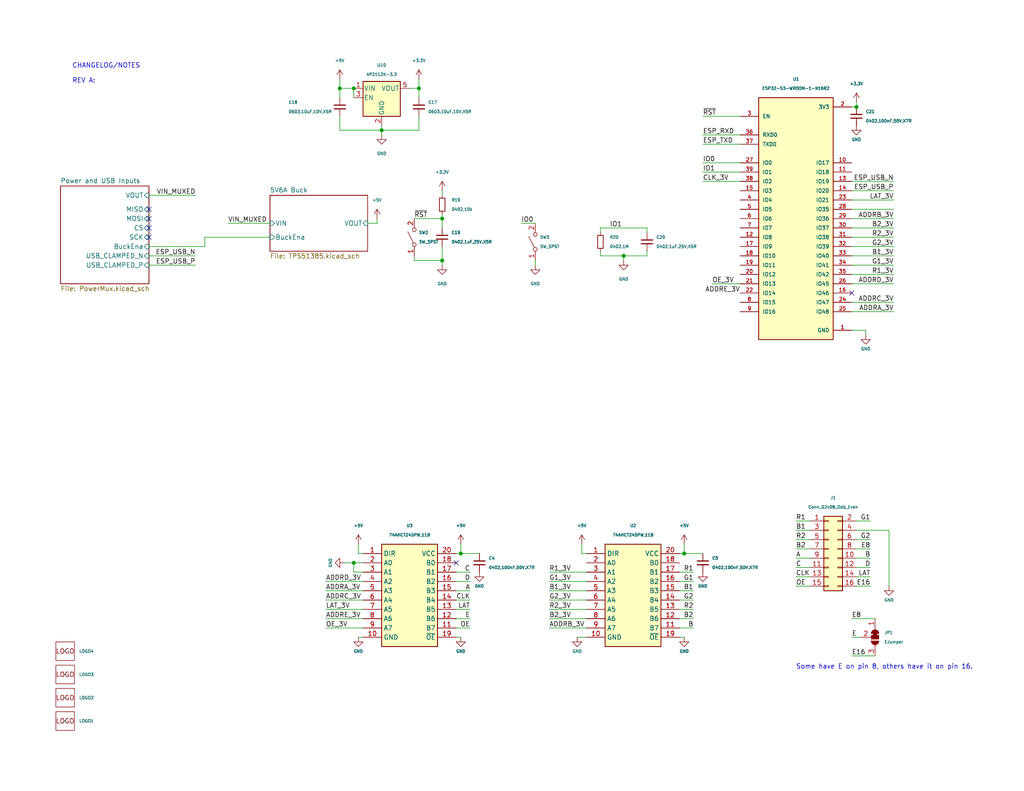
<source format=kicad_sch>
(kicad_sch (version 20230121) (generator eeschema)
  (paper "USLetter")
  (title_block (title "Main") (date "2024-01-28") (rev "A01"))
  (lib_symbols
    (symbol "74AHCT245PW,118_1"
      (property "Reference" "U" (at 2.54 7.62 0))
      (property "Value" "74AHCT245PW,118" (at 2.54 5.08 0))
      (symbol "74AHCT245PW,118_1_1_1"
        (rectangle (start 5.08 2.54) (end 20.32 -25.4) (stroke (width 0.254)) (fill (type background)))
        (pin passive line (at 0 0 0) (length 5.08) (name "DIR") (number "1"))
        (pin passive line (at 0 -22.86 0) (length 5.08) (name "GND") (number "10"))
        (pin passive line (at 25.4 -20.32 180) (length 5.08) (name "B7") (number "11"))
        (pin passive line (at 25.4 -17.78 180) (length 5.08) (name "B6") (number "12"))
        (pin passive line (at 25.4 -15.24 180) (length 5.08) (name "B5") (number "13"))
        (pin passive line (at 25.4 -12.7 180) (length 5.08) (name "B4") (number "14"))
        (pin passive line (at 25.4 -10.16 180) (length 5.08) (name "B3") (number "15"))
        (pin passive line (at 25.4 -7.62 180) (length 5.08) (name "B2") (number "16"))
        (pin passive line (at 25.4 -5.08 180) (length 5.08) (name "B1") (number "17"))
        (pin passive line (at 25.4 -2.54 180) (length 5.08) (name "B0") (number "18"))
        (pin passive line (at 25.4 -22.86 180) (length 5.08) (name "~{OE}") (number "19"))
        (pin passive line (at 0 -2.54 0) (length 5.08) (name "A0") (number "2"))
        (pin passive line (at 25.4 0 180) (length 5.08) (name "VCC") (number "20"))
        (pin passive line (at 0 -5.08 0) (length 5.08) (name "A1") (number "3"))
        (pin passive line (at 0 -7.62 0) (length 5.08) (name "A2") (number "4"))
        (pin passive line (at 0 -10.16 0) (length 5.08) (name "A3") (number "5"))
        (pin passive line (at 0 -12.7 0) (length 5.08) (name "A4") (number "6"))
        (pin passive line (at 0 -15.24 0) (length 5.08) (name "A5") (number "7"))
        (pin passive line (at 0 -17.78 0) (length 5.08) (name "A6") (number "8"))
        (pin passive line (at 0 -20.32 0) (length 5.08) (name "A7") (number "9"))
      )
    )
    (symbol "Connector_Generic:Conn_02x08_Odd_Even" (pin_names (offset 1.016) hide)
      (property "Reference" "J" (at 1.27 10.16 0))
      (property "Value" "Conn_02x08_Odd_Even" (at 1.27 -12.7 0))
      (symbol "Conn_02x08_Odd_Even_1_1"
        (rectangle (start -1.27 -10.033) (end 0 -10.287) (stroke (width 0.1524)))
        (rectangle (start -1.27 -7.493) (end 0 -7.747) (stroke (width 0.1524)))
        (rectangle (start -1.27 -4.953) (end 0 -5.207) (stroke (width 0.1524)))
        (rectangle (start -1.27 -2.413) (end 0 -2.667) (stroke (width 0.1524)))
        (rectangle (start -1.27 0.127) (end 0 -0.127) (stroke (width 0.1524)))
        (rectangle (start -1.27 2.667) (end 0 2.413) (stroke (width 0.1524)))
        (rectangle (start -1.27 5.207) (end 0 4.953) (stroke (width 0.1524)))
        (rectangle (start -1.27 7.747) (end 0 7.493) (stroke (width 0.1524)))
        (rectangle (start -1.27 8.89) (end 3.81 -11.43) (stroke (width 0.254)) (fill (type background)))
        (rectangle (start 3.81 -10.033) (end 2.54 -10.287) (stroke (width 0.1524)))
        (rectangle (start 3.81 -7.493) (end 2.54 -7.747) (stroke (width 0.1524)))
        (rectangle (start 3.81 -4.953) (end 2.54 -5.207) (stroke (width 0.1524)))
        (rectangle (start 3.81 -2.413) (end 2.54 -2.667) (stroke (width 0.1524)))
        (rectangle (start 3.81 0.127) (end 2.54 -0.127) (stroke (width 0.1524)))
        (rectangle (start 3.81 2.667) (end 2.54 2.413) (stroke (width 0.1524)))
        (rectangle (start 3.81 5.207) (end 2.54 4.953) (stroke (width 0.1524)))
        (rectangle (start 3.81 7.747) (end 2.54 7.493) (stroke (width 0.1524)))
        (pin passive line (at -5.08 7.62 0) (length 3.81) (name "Pin_1") (number "1"))
        (pin passive line (at 7.62 -2.54 180) (length 3.81) (name "Pin_10") (number "10"))
        (pin passive line (at -5.08 -5.08 0) (length 3.81) (name "Pin_11") (number "11"))
        (pin passive line (at 7.62 -5.08 180) (length 3.81) (name "Pin_12") (number "12"))
        (pin passive line (at -5.08 -7.62 0) (length 3.81) (name "Pin_13") (number "13"))
        (pin passive line (at 7.62 -7.62 180) (length 3.81) (name "Pin_14") (number "14"))
        (pin passive line (at -5.08 -10.16 0) (length 3.81) (name "Pin_15") (number "15"))
        (pin passive line (at 7.62 -10.16 180) (length 3.81) (name "Pin_16") (number "16"))
        (pin passive line (at 7.62 7.62 180) (length 3.81) (name "Pin_2") (number "2"))
        (pin passive line (at -5.08 5.08 0) (length 3.81) (name "Pin_3") (number "3"))
        (pin passive line (at 7.62 5.08 180) (length 3.81) (name "Pin_4") (number "4"))
        (pin passive line (at -5.08 2.54 0) (length 3.81) (name "Pin_5") (number "5"))
        (pin passive line (at 7.62 2.54 180) (length 3.81) (name "Pin_6") (number "6"))
        (pin passive line (at -5.08 0 0) (length 3.81) (name "Pin_7") (number "7"))
        (pin passive line (at 7.62 0 180) (length 3.81) (name "Pin_8") (number "8"))
        (pin passive line (at -5.08 -2.54 0) (length 3.81) (name "Pin_9") (number "9"))
      )
    )
    (symbol "Jumper:SolderJumper_3_Bridged12" (pin_names (offset 0) hide)
      (property "Reference" "JP" (at -2.54 -2.54 0))
      (property "Value" "SolderJumper_3_Bridged12" (at 0 2.794 0))
      (symbol "SolderJumper_3_Bridged12_0_1"
        (rectangle (start -1.016 0.508) (end -0.508 -0.508) (fill (type outline)))
        (arc (start -1.016 1.016) (mid -2.0276 0) (end -1.016 -1.016))
        (arc (start -1.016 1.016) (mid -2.0276 0) (end -1.016 -1.016) (fill (type outline)))
        (rectangle (start -0.508 1.016) (end 0.508 -1.016) (fill (type outline)))
        (polyline (pts (xy -2.54 0) (xy -2.032 0)))
        (polyline (pts (xy -1.016 1.016) (xy -1.016 -1.016)))
        (polyline (pts (xy 0 -1.27) (xy 0 -1.016)))
        (polyline (pts (xy 1.016 1.016) (xy 1.016 -1.016)))
        (polyline (pts (xy 2.54 0) (xy 2.032 0)))
        (arc (start 1.016 -1.016) (mid 2.0276 0) (end 1.016 1.016))
        (arc (start 1.016 -1.016) (mid 2.0276 0) (end 1.016 1.016) (fill (type outline)))
      )
      (symbol "SolderJumper_3_Bridged12_1_1"
        (pin passive line (at -5.08 0 0) (length 2.54) (name "A") (number "1"))
        (pin passive line (at 0 -3.81 90) (length 2.54) (name "C") (number "2"))
        (pin passive line (at 5.08 0 180) (length 2.54) (name "B") (number "3"))
      )
    )
    (symbol "Regulator_Linear:AP2112K-3.3" (pin_names (offset 0.254))
      (property "Reference" "U" (at -5.08 5.715 0))
      (property "Value" "AP2112K-3.3" (at 0 5.715 0))
      (symbol "AP2112K-3.3_0_1"
        (rectangle (start -5.08 4.445) (end 5.08 -5.08) (stroke (width 0.254)) (fill (type background)))
      )
      (symbol "AP2112K-3.3_1_1"
        (pin power_in line (at -7.62 2.54 0) (length 2.54) (name "VIN") (number "1"))
        (pin power_in line (at 0 -7.62 90) (length 2.54) (name "GND") (number "2"))
        (pin input line (at -7.62 0 0) (length 2.54) (name "EN") (number "3"))
        (pin no_connect line (at 5.08 0 180) (length 2.54) hide (name "NC") (number "4"))
        (pin power_out line (at 7.62 2.54 180) (length 2.54) (name "VOUT") (number "5"))
      )
    )
    (symbol "Switch:SW_SPST" (pin_names (offset 0) hide)
      (property "Reference" "SW" (at 0 3.175 0))
      (property "Value" "SW_SPST" (at 0 -2.54 0))
      (symbol "SW_SPST_0_0"
        (circle (center -2.032 0) (radius 0.508))
        (polyline (pts (xy -1.524 0.254) (xy 1.524 1.778)))
        (circle (center 2.032 0) (radius 0.508))
      )
      (symbol "SW_SPST_1_1"
        (pin passive line (at -5.08 0 0) (length 2.54) (name "A") (number "1"))
        (pin passive line (at 5.08 0 180) (length 2.54) (name "B") (number "2"))
      )
    )
    (symbol "WS_LCSC_ICs:74AHCT245PW,118"
      (property "Reference" "U" (at 2.54 7.62 0))
      (property "Value" "74AHCT245PW,118" (at 2.54 5.08 0))
      (symbol "74AHCT245PW,118_1_1"
        (rectangle (start 5.08 2.54) (end 20.32 -25.4) (stroke (width 0.254)) (fill (type background)))
        (pin passive line (at 0 0 0) (length 5.08) (name "DIR") (number "1"))
        (pin passive line (at 0 -22.86 0) (length 5.08) (name "GND") (number "10"))
        (pin passive line (at 25.4 -20.32 180) (length 5.08) (name "B7") (number "11"))
        (pin passive line (at 25.4 -17.78 180) (length 5.08) (name "B6") (number "12"))
        (pin passive line (at 25.4 -15.24 180) (length 5.08) (name "B5") (number "13"))
        (pin passive line (at 25.4 -12.7 180) (length 5.08) (name "B4") (number "14"))
        (pin passive line (at 25.4 -10.16 180) (length 5.08) (name "B3") (number "15"))
        (pin passive line (at 25.4 -7.62 180) (length 5.08) (name "B2") (number "16"))
        (pin passive line (at 25.4 -5.08 180) (length 5.08) (name "B1") (number "17"))
        (pin passive line (at 25.4 -2.54 180) (length 5.08) (name "B0") (number "18"))
        (pin passive line (at 25.4 -22.86 180) (length 5.08) (name "~{OE}") (number "19"))
        (pin passive line (at 0 -2.54 0) (length 5.08) (name "A0") (number "2"))
        (pin passive line (at 25.4 0 180) (length 5.08) (name "VCC") (number "20"))
        (pin passive line (at 0 -5.08 0) (length 5.08) (name "A1") (number "3"))
        (pin passive line (at 0 -7.62 0) (length 5.08) (name "A2") (number "4"))
        (pin passive line (at 0 -10.16 0) (length 5.08) (name "A3") (number "5"))
        (pin passive line (at 0 -12.7 0) (length 5.08) (name "A4") (number "6"))
        (pin passive line (at 0 -15.24 0) (length 5.08) (name "A5") (number "7"))
        (pin passive line (at 0 -17.78 0) (length 5.08) (name "A6") (number "8"))
        (pin passive line (at 0 -20.32 0) (length 5.08) (name "A7") (number "9"))
      )
    )
    (symbol "WS_LCSC_Mechanical:LOGO" (in_bom no)
      (property "Reference" "LOGO" (at 0 3.81 0))
      (symbol "LOGO_0_1"
        (rectangle (start -2.54 2.54) (end 2.54 -2.54))
      )
      (symbol "LOGO_1_1"
        (text "LOGO" (at 0 0 0) (effects (font (size 1.27 1.27))))
      )
    )
    (symbol "WS_Modules:ESP32-S3-WROOM-1-N16R2" (pin_names (offset 1.016))
      (property "Reference" "U" (at -10.16 34.1122 0))
      (property "Value" "ESP32-S3-WROOM-1-N16R2" (at -10.16 -35.56 0))
      (symbol "ESP32-S3-WROOM-1-N16R2_0_0"
        (rectangle (start -10.16 -33.02) (end 10.16 33.02) (stroke (width 0.254)) (fill (type background)))
        (pin power_in line (at 15.24 -30.48 180) (length 5.08) (name "GND") (number "1"))
        (pin bidirectional line (at 15.24 15.24 180) (length 5.08) (name "IO17") (number "10"))
        (pin bidirectional line (at 15.24 12.7 180) (length 5.08) (name "IO18") (number "11"))
        (pin bidirectional line (at -15.24 -5.08 0) (length 5.08) (name "IO8") (number "12"))
        (pin bidirectional line (at 15.24 10.16 180) (length 5.08) (name "IO19") (number "13"))
        (pin bidirectional line (at 15.24 7.62 180) (length 5.08) (name "IO20") (number "14"))
        (pin bidirectional line (at -15.24 7.62 0) (length 5.08) (name "IO3") (number "15"))
        (pin bidirectional line (at 15.24 -20.32 180) (length 5.08) (name "IO46") (number "16"))
        (pin bidirectional line (at -15.24 -7.62 0) (length 5.08) (name "IO9") (number "17"))
        (pin bidirectional line (at -15.24 -10.16 0) (length 5.08) (name "IO10") (number "18"))
        (pin bidirectional line (at -15.24 -12.7 0) (length 5.08) (name "IO11") (number "19"))
        (pin power_in line (at 15.24 30.48 180) (length 5.08) (name "3V3") (number "2"))
        (pin bidirectional line (at -15.24 -15.24 0) (length 5.08) (name "IO12") (number "20"))
        (pin bidirectional line (at -15.24 -17.78 0) (length 5.08) (name "IO13") (number "21"))
        (pin bidirectional line (at -15.24 -20.32 0) (length 5.08) (name "IO14") (number "22"))
        (pin bidirectional line (at 15.24 5.08 180) (length 5.08) (name "IO21") (number "23"))
        (pin bidirectional line (at 15.24 -22.86 180) (length 5.08) (name "IO47") (number "24"))
        (pin bidirectional line (at 15.24 -25.4 180) (length 5.08) (name "IO48") (number "25"))
        (pin bidirectional line (at 15.24 -17.78 180) (length 5.08) (name "IO45") (number "26"))
        (pin bidirectional line (at -15.24 15.24 0) (length 5.08) (name "IO0") (number "27"))
        (pin bidirectional line (at 15.24 2.54 180) (length 5.08) (name "IO35") (number "28"))
        (pin bidirectional line (at 15.24 0 180) (length 5.08) (name "IO36") (number "29"))
        (pin input line (at -15.24 27.94 0) (length 5.08) (name "EN") (number "3"))
        (pin bidirectional line (at 15.24 -2.54 180) (length 5.08) (name "IO37") (number "30"))
        (pin bidirectional line (at 15.24 -5.08 180) (length 5.08) (name "IO38") (number "31"))
        (pin bidirectional line (at 15.24 -7.62 180) (length 5.08) (name "IO39") (number "32"))
        (pin bidirectional line (at 15.24 -10.16 180) (length 5.08) (name "IO40") (number "33"))
        (pin bidirectional line (at 15.24 -12.7 180) (length 5.08) (name "IO41") (number "34"))
        (pin bidirectional line (at 15.24 -15.24 180) (length 5.08) (name "IO42") (number "35"))
        (pin bidirectional line (at -15.24 22.86 0) (length 5.08) (name "RXD0") (number "36"))
        (pin bidirectional line (at -15.24 20.32 0) (length 5.08) (name "TXD0") (number "37"))
        (pin bidirectional line (at -15.24 10.16 0) (length 5.08) (name "IO2") (number "38"))
        (pin bidirectional line (at -15.24 12.7 0) (length 5.08) (name "IO1") (number "39"))
        (pin bidirectional line (at -15.24 5.08 0) (length 5.08) (name "IO4") (number "4"))
        (pin bidirectional line (at -15.24 2.54 0) (length 5.08) (name "IO5") (number "5"))
        (pin bidirectional line (at -15.24 0 0) (length 5.08) (name "IO6") (number "6"))
        (pin bidirectional line (at -15.24 -2.54 0) (length 5.08) (name "IO7") (number "7"))
        (pin bidirectional line (at -15.24 -22.86 0) (length 5.08) (name "IO15") (number "8"))
        (pin bidirectional line (at -15.24 -25.4 0) (length 5.08) (name "IO16") (number "9"))
      )
      (symbol "ESP32-S3-WROOM-1-N16R2_1_0"
        (pin power_in line (at 15.24 -30.48 180) (length 5.08) hide (name "GND") (number "40"))
        (pin power_in line (at 15.24 -30.48 180) (length 5.08) hide (name "GND") (number "41"))
        (pin power_in line (at 15.24 -30.48 180) (length 5.08) hide (name "GND") (number "41_2"))
        (pin power_in line (at 15.24 -30.48 180) (length 5.08) hide (name "GND") (number "41_3"))
        (pin power_in line (at 15.24 -30.48 180) (length 5.08) hide (name "GND") (number "41_4"))
        (pin power_in line (at 15.24 -30.48 180) (length 5.08) hide (name "GND") (number "41_5"))
        (pin power_in line (at 15.24 -30.48 180) (length 5.08) hide (name "GND") (number "41_6"))
        (pin power_in line (at 15.24 -30.48 180) (length 5.08) hide (name "GND") (number "41_7"))
        (pin power_in line (at 15.24 -30.48 180) (length 5.08) hide (name "GND") (number "41_8"))
        (pin power_in line (at 15.24 -30.48 180) (length 5.08) hide (name "GND") (number "41_9"))
      )
    )
    (symbol "jlcpcb-basic-capacitor:0402,100nF,50V,X7R "
      (property "Reference" "C" (at 1.71 0.508 0))
      (property "Value" "0402,100nF,50V,X7R " (at 1.71 -1.016 0))
      (symbol "0402,100nF,50V,X7R _0_0"
        (polyline (pts (xy -1.524 -0.508) (xy 1.524 -0.508)) (stroke (width 0.3048)))
        (polyline (pts (xy -1.524 0.508) (xy 1.524 0.508)) (stroke (width 0.3048)))
        (pin passive line (at 0 2.54 270) (length 2.032) (name "~") (number "1"))
        (pin passive line (at 0 -2.54 90) (length 2.032) (name "~") (number "2"))
      )
    )
    (symbol "jlcpcb-basic-capacitor:0402,1uF,25V,X5R "
      (property "Reference" "C" (at 1.71 0.508 0))
      (property "Value" "0402,1uF,25V,X5R " (at 1.71 -1.016 0))
      (symbol "0402,1uF,25V,X5R _0_0"
        (polyline (pts (xy -1.524 -0.508) (xy 1.524 -0.508)) (stroke (width 0.3048)))
        (polyline (pts (xy -1.524 0.508) (xy 1.524 0.508)) (stroke (width 0.3048)))
        (pin passive line (at 0 2.54 270) (length 2.032) (name "~") (number "1"))
        (pin passive line (at 0 -2.54 90) (length 2.032) (name "~") (number "2"))
      )
    )
    (symbol "jlcpcb-basic-capacitor:0603,10uF,10V,X5R "
      (property "Reference" "C" (at 1.71 0.508 0))
      (property "Value" "0603,10uF,10V,X5R " (at 1.71 -1.016 0))
      (symbol "0603,10uF,10V,X5R _0_0"
        (polyline (pts (xy -1.524 -0.508) (xy 1.524 -0.508)) (stroke (width 0.3048)))
        (polyline (pts (xy -1.524 0.508) (xy 1.524 0.508)) (stroke (width 0.3048)))
        (pin passive line (at 0 2.54 270) (length 2.032) (name "~") (number "1"))
        (pin passive line (at 0 -2.54 90) (length 2.032) (name "~") (number "2"))
      )
    )
    (symbol "jlcpcb-basic-resistor:0402,10k"
      (property "Reference" "R" (at 0.762 0.508 0))
      (property "Value" "0402,10k" (at 0.762 -1.016 0))
      (symbol "0402,10k_0_0"
        (rectangle (start -0.762 1.778) (end 0.762 -1.778) (stroke (width 0.2032)))
        (pin passive line (at 0 2.54 270) (length 0.762) (name "~") (number "1"))
        (pin passive line (at 0 -2.54 90) (length 0.762) (name "~") (number "2"))
      )
    )
    (symbol "jlcpcb-basic-resistor:0402,1M"
      (property "Reference" "R" (at 0.762 0.508 0))
      (property "Value" "0402,1M" (at 0.762 -1.016 0))
      (symbol "0402,1M_0_0"
        (rectangle (start -0.762 1.778) (end 0.762 -1.778) (stroke (width 0.2032)))
        (pin passive line (at 0 2.54 270) (length 0.762) (name "~") (number "1"))
        (pin passive line (at 0 -2.54 90) (length 0.762) (name "~") (number "2"))
      )
    )
    (symbol "power:+3.3V" (power) (pin_names (offset 0))
      (property "Value" "+3.3V" (at 0 3.556 0))
      (symbol "+3.3V_0_1"
        (polyline (pts (xy -0.762 1.27) (xy 0 2.54)))
        (polyline (pts (xy 0 0) (xy 0 2.54)))
        (polyline (pts (xy 0 2.54) (xy 0.762 1.27)))
      )
      (symbol "+3.3V_1_1"
        (pin power_in line (at 0 0 90) (length 0) hide (name "+3.3V") (number "1"))
      )
    )
    (symbol "power:+5V" (power) (pin_names (offset 0))
      (property "Value" "+5V" (at 0 3.556 0))
      (symbol "+5V_0_1"
        (polyline (pts (xy -0.762 1.27) (xy 0 2.54)))
        (polyline (pts (xy 0 0) (xy 0 2.54)))
        (polyline (pts (xy 0 2.54) (xy 0.762 1.27)))
      )
      (symbol "+5V_1_1"
        (pin power_in line (at 0 0 90) (length 0) hide (name "+5V") (number "1"))
      )
    )
    (symbol "power:GND" (power) (pin_names (offset 0))
      (property "Value" "GND" (at 0 -3.81 0))
      (symbol "GND_0_1"
        (polyline (pts (xy 0 0) (xy 0 -1.27) (xy 1.27 -1.27) (xy 0 -2.54) (xy -1.27 -1.27) (xy 0 -1.27)))
      )
      (symbol "GND_1_1"
        (pin power_in line (at 0 0 270) (length 0) hide (name "GND") (number "1"))
      )
    )
  )
  (junction (at 96.52 153.67))
  (junction (at 186.69 151.13))
  (junction (at 120.65 71.12))
  (junction (at 92.71 24.13))
  (junction (at 233.68 29.21))
  (junction (at 170.18 69.85))
  (junction (at 114.3 24.13))
  (junction (at 104.14 35.56))
  (junction (at 120.65 59.69))
  (junction (at 96.52 24.13))
  (junction (at 125.73 151.13))
  (no_connect (at 232.41 80.01))
  (no_connect (at 40.64 57.15))
  (no_connect (at 40.64 59.69))
  (no_connect (at 40.64 62.23))
  (no_connect (at 40.64 64.77))
  (no_connect (at 124.46 153.67))
  (wire (pts (xy 191.77 44.45) (xy 201.93 44.45)))
  (wire (pts (xy 185.42 166.37) (xy 189.23 166.37)))
  (wire (pts (xy 191.77 31.75) (xy 201.93 31.75)))
  (wire (pts (xy 96.52 24.13) (xy 96.52 26.67)))
  (wire (pts (xy 236.22 90.17) (xy 236.22 91.44)))
  (wire (pts (xy 160.02 156.21) (xy 149.86 156.21)))
  (wire (pts (xy 99.06 166.37) (xy 88.9 166.37)))
  (wire (pts (xy 102.87 60.96) (xy 100.33 60.96)))
  (wire (pts (xy 99.06 168.91) (xy 88.9 168.91)))
  (wire (pts (xy 232.41 29.21) (xy 233.68 29.21)))
  (wire (pts (xy 96.52 156.21) (xy 99.06 156.21)))
  (wire (pts (xy 233.68 154.94) (xy 237.49 154.94)))
  (wire (pts (xy 62.23 60.96) (xy 73.66 60.96)))
  (wire (pts (xy 97.79 148.59) (xy 97.79 151.13)))
  (wire (pts (xy 191.77 36.83) (xy 201.93 36.83)))
  (wire (pts (xy 186.69 151.13) (xy 186.69 148.59)))
  (wire (pts (xy 186.69 151.13) (xy 191.77 151.13)))
  (wire (pts (xy 191.77 39.37) (xy 201.93 39.37)))
  (wire (pts (xy 243.84 59.69) (xy 232.41 59.69)))
  (wire (pts (xy 220.98 142.24) (xy 217.17 142.24)))
  (wire (pts (xy 99.06 173.99) (xy 97.79 173.99)))
  (wire (pts (xy 55.88 64.77) (xy 73.66 64.77)))
  (wire (pts (xy 40.64 67.31) (xy 55.88 67.31)))
  (wire (pts (xy 185.42 168.91) (xy 189.23 168.91)))
  (wire (pts (xy 232.41 82.55) (xy 243.84 82.55)))
  (wire (pts (xy 243.84 57.15) (xy 232.41 57.15)))
  (wire (pts (xy 124.46 151.13) (xy 125.73 151.13)))
  (wire (pts (xy 158.75 151.13) (xy 160.02 151.13)))
  (wire (pts (xy 185.42 161.29) (xy 189.23 161.29)))
  (wire (pts (xy 124.46 158.75) (xy 128.27 158.75)))
  (wire (pts (xy 233.68 160.02) (xy 237.49 160.02)))
  (wire (pts (xy 120.65 52.07) (xy 120.65 53.34)))
  (wire (pts (xy 232.41 62.23) (xy 243.84 62.23)))
  (wire (pts (xy 120.65 58.42) (xy 120.65 59.69)))
  (wire (pts (xy 160.02 171.45) (xy 149.86 171.45)))
  (wire (pts (xy 113.03 71.12) (xy 120.65 71.12)))
  (wire (pts (xy 96.52 153.67) (xy 93.98 153.67)))
  (wire (pts (xy 124.46 171.45) (xy 128.27 171.45)))
  (wire (pts (xy 125.73 151.13) (xy 130.81 151.13)))
  (wire (pts (xy 220.98 144.78) (xy 217.17 144.78)))
  (wire (pts (xy 220.98 154.94) (xy 217.17 154.94)))
  (wire (pts (xy 114.3 31.75) (xy 114.3 35.56)))
  (wire (pts (xy 243.84 49.53) (xy 232.41 49.53)))
  (wire (pts (xy 99.06 163.83) (xy 88.9 163.83)))
  (wire (pts (xy 220.98 160.02) (xy 217.17 160.02)))
  (wire (pts (xy 55.88 67.31) (xy 55.88 64.77)))
  (wire (pts (xy 242.57 144.78) (xy 242.57 160.02)))
  (wire (pts (xy 160.02 166.37) (xy 149.86 166.37)))
  (wire (pts (xy 120.65 72.39) (xy 120.65 71.12)))
  (wire (pts (xy 114.3 24.13) (xy 111.76 24.13)))
  (wire (pts (xy 99.06 158.75) (xy 88.9 158.75)))
  (wire (pts (xy 232.41 77.47) (xy 243.84 77.47)))
  (wire (pts (xy 185.42 156.21) (xy 189.23 156.21)))
  (wire (pts (xy 185.42 173.99) (xy 186.69 173.99)))
  (wire (pts (xy 185.42 163.83) (xy 189.23 163.83)))
  (wire (pts (xy 160.02 163.83) (xy 149.86 163.83)))
  (wire (pts (xy 220.98 157.48) (xy 217.17 157.48)))
  (wire (pts (xy 232.41 168.91) (xy 238.76 168.91)))
  (wire (pts (xy 102.87 59.69) (xy 102.87 60.96)))
  (wire (pts (xy 114.3 24.13) (xy 114.3 26.67)))
  (wire (pts (xy 232.41 52.07) (xy 243.84 52.07)))
  (wire (pts (xy 97.79 151.13) (xy 99.06 151.13)))
  (wire (pts (xy 124.46 161.29) (xy 128.27 161.29)))
  (wire (pts (xy 233.68 144.78) (xy 242.57 144.78)))
  (wire (pts (xy 191.77 46.99) (xy 201.93 46.99)))
  (wire (pts (xy 185.42 171.45) (xy 189.23 171.45)))
  (wire (pts (xy 124.46 166.37) (xy 128.27 166.37)))
  (wire (pts (xy 113.03 69.85) (xy 113.03 71.12)))
  (wire (pts (xy 243.84 54.61) (xy 232.41 54.61)))
  (wire (pts (xy 125.73 148.59) (xy 125.73 151.13)))
  (wire (pts (xy 146.05 72.39) (xy 146.05 71.12)))
  (wire (pts (xy 96.52 153.67) (xy 96.52 156.21)))
  (wire (pts (xy 232.41 72.39) (xy 243.84 72.39)))
  (wire (pts (xy 92.71 21.59) (xy 92.71 24.13)))
  (wire (pts (xy 40.64 53.34) (xy 53.34 53.34)))
  (wire (pts (xy 185.42 158.75) (xy 189.23 158.75)))
  (wire (pts (xy 158.75 148.59) (xy 158.75 151.13)))
  (wire (pts (xy 157.48 173.99) (xy 160.02 173.99)))
  (wire (pts (xy 176.53 69.85) (xy 176.53 68.58)))
  (wire (pts (xy 149.86 168.91) (xy 160.02 168.91)))
  (wire (pts (xy 220.98 152.4) (xy 217.17 152.4)))
  (wire (pts (xy 99.06 171.45) (xy 88.9 171.45)))
  (wire (pts (xy 163.83 68.58) (xy 163.83 69.85)))
  (wire (pts (xy 220.98 147.32) (xy 217.17 147.32)))
  (wire (pts (xy 124.46 173.99) (xy 125.73 173.99)))
  (wire (pts (xy 232.41 90.17) (xy 236.22 90.17)))
  (wire (pts (xy 176.53 62.23) (xy 176.53 63.5)))
  (wire (pts (xy 194.31 77.47) (xy 201.93 77.47)))
  (wire (pts (xy 232.41 64.77) (xy 243.84 64.77)))
  (wire (pts (xy 163.83 69.85) (xy 170.18 69.85)))
  (wire (pts (xy 163.83 62.23) (xy 176.53 62.23)))
  (wire (pts (xy 124.46 163.83) (xy 128.27 163.83)))
  (wire (pts (xy 120.65 67.31) (xy 120.65 71.12)))
  (wire (pts (xy 142.24 60.96) (xy 146.05 60.96)))
  (wire (pts (xy 99.06 161.29) (xy 88.9 161.29)))
  (wire (pts (xy 160.02 158.75) (xy 149.86 158.75)))
  (wire (pts (xy 124.46 168.91) (xy 128.27 168.91)))
  (wire (pts (xy 232.41 67.31) (xy 243.84 67.31)))
  (wire (pts (xy 232.41 69.85) (xy 243.84 69.85)))
  (wire (pts (xy 104.14 35.56) (xy 104.14 34.29)))
  (wire (pts (xy 170.18 71.12) (xy 170.18 69.85)))
  (wire (pts (xy 92.71 31.75) (xy 92.71 35.56)))
  (wire (pts (xy 191.77 49.53) (xy 201.93 49.53)))
  (wire (pts (xy 40.64 69.85) (xy 53.34 69.85)))
  (wire (pts (xy 113.03 59.69) (xy 120.65 59.69)))
  (wire (pts (xy 220.98 149.86) (xy 217.17 149.86)))
  (wire (pts (xy 120.65 59.69) (xy 120.65 62.23)))
  (wire (pts (xy 92.71 35.56) (xy 104.14 35.56)))
  (wire (pts (xy 232.41 179.07) (xy 238.76 179.07)))
  (wire (pts (xy 233.68 152.4) (xy 237.49 152.4)))
  (wire (pts (xy 233.68 29.21) (xy 233.68 27.94)))
  (wire (pts (xy 232.41 173.99) (xy 234.95 173.99)))
  (wire (pts (xy 232.41 85.09) (xy 243.84 85.09)))
  (wire (pts (xy 170.18 69.85) (xy 176.53 69.85)))
  (wire (pts (xy 92.71 24.13) (xy 96.52 24.13)))
  (wire (pts (xy 233.68 157.48) (xy 237.49 157.48)))
  (wire (pts (xy 104.14 36.83) (xy 104.14 35.56)))
  (wire (pts (xy 232.41 74.93) (xy 243.84 74.93)))
  (wire (pts (xy 114.3 35.56) (xy 104.14 35.56)))
  (wire (pts (xy 233.68 142.24) (xy 237.49 142.24)))
  (wire (pts (xy 185.42 151.13) (xy 186.69 151.13)))
  (wire (pts (xy 233.68 147.32) (xy 237.49 147.32)))
  (wire (pts (xy 99.06 153.67) (xy 96.52 153.67)))
  (wire (pts (xy 40.64 72.39) (xy 53.34 72.39)))
  (wire (pts (xy 92.71 26.67) (xy 92.71 24.13)))
  (wire (pts (xy 233.68 149.86) (xy 237.49 149.86)))
  (wire (pts (xy 124.46 156.21) (xy 128.27 156.21)))
  (wire (pts (xy 114.3 21.59) (xy 114.3 24.13)))
  (wire (pts (xy 163.83 62.23) (xy 163.83 63.5)))
  (wire (pts (xy 160.02 161.29) (xy 149.86 161.29)))
  (text "Some have E on pin 8, others have it on pin 16. " (at 217.17 182.88 0) (effects (font (size 1.27 1.27)) (justify left bottom)))
  (text "CHANGELOG/NOTES\n\nREV A: " (at 19.685 22.86 0) (effects (font (size 1.27 1.27)) (justify left bottom)))
  (label "VIN_MUXED" (at 53.34 53.34 180))
  (label "VIN_MUXED" (at 62.23 60.96 0))
  (label "A" (at 128.27 161.29 180))
  (label "IO1" (at 191.77 46.99 0))
  (label "C" (at 128.27 156.21 180))
  (label "ESP_USB_N" (at 243.84 49.53 180))
  (label "G1" (at 189.23 158.75 180))
  (label "OE_3V" (at 88.9 171.45 0))
  (label "R2" (at 217.17 147.32 0))
  (label "ADDRA_3V" (at 88.9 161.29 0))
  (label "B2_3V" (at 149.86 168.91 0))
  (label "C" (at 217.17 154.94 0))
  (label "ESP_TXD" (at 191.77 39.37 0))
  (label "R2_3V" (at 149.86 166.37 0))
  (label "R2" (at 189.23 166.37 180))
  (label "CLK" (at 217.17 157.48 0))
  (label "CLK" (at 128.27 163.83 180))
  (label "G1" (at 237.49 142.24 180))
  (label "~{RST}" (at 191.77 31.75 0))
  (label "E" (at 128.27 168.91 180))
  (label "G1_3V" (at 243.84 72.39 180))
  (label "B2" (at 189.23 168.91 180))
  (label "ADDRA_3V" (at 243.84 85.09 180))
  (label "ADDRB_3V" (at 149.86 171.45 0))
  (label "R1" (at 189.23 156.21 180))
  (label "E" (at 232.41 173.99 0))
  (label "D" (at 237.49 154.94 180))
  (label "LAT_3V" (at 243.84 54.61 180))
  (label "R2_3V" (at 243.84 64.77 180))
  (label "G2" (at 189.23 163.83 180))
  (label "ADDRE_3V" (at 88.9 168.91 0))
  (label "IO0" (at 191.77 44.45 0))
  (label "ADDRC_3V" (at 243.84 82.55 180))
  (label "D" (at 128.27 158.75 180))
  (label "CLK_3V" (at 191.77 49.53 0))
  (label "E16" (at 232.41 179.07 0))
  (label "G2" (at 237.49 147.32 180))
  (label "B" (at 237.49 152.4 180))
  (label "G2_3V" (at 243.84 67.31 180))
  (label "ADDRE_3V" (at 201.93 80.01 180))
  (label "OE" (at 128.27 171.45 180))
  (label "B1_3V" (at 149.86 161.29 0))
  (label "B1" (at 189.23 161.29 180))
  (label "ESP_USB_P" (at 53.34 72.39 180))
  (label "E8" (at 237.49 149.86 180))
  (label "ADDRC_3V" (at 88.9 163.83 0))
  (label "B1" (at 217.17 144.78 0))
  (label "E16" (at 237.49 160.02 180))
  (label "ESP_USB_N" (at 53.34 69.85 180))
  (label "B2_3V" (at 243.84 62.23 180))
  (label "A" (at 217.17 152.4 0))
  (label "R1" (at 217.17 142.24 0))
  (label "E8" (at 232.41 168.91 0))
  (label "LAT_3V" (at 88.9 166.37 0))
  (label "B1_3V" (at 243.84 69.85 180))
  (label "R1_3V" (at 243.84 74.93 180))
  (label "ESP_RXD" (at 191.77 36.83 0))
  (label "OE_3V" (at 194.31 77.47 0))
  (label "IO1" (at 166.37 62.23 0))
  (label "B" (at 189.23 171.45 180))
  (label "LAT" (at 237.49 157.48 180))
  (label "~{RST}" (at 113.03 59.69 0))
  (label "R1_3V" (at 149.86 156.21 0))
  (label "G1_3V" (at 149.86 158.75 0))
  (label "LAT" (at 128.27 166.37 180))
  (label "OE" (at 217.17 160.02 0))
  (label "ESP_USB_P" (at 243.84 52.07 180))
  (label "ADDRB_3V" (at 243.84 59.69 180))
  (label "ADDRD_3V" (at 243.84 77.47 180))
  (label "B2" (at 217.17 149.86 0))
  (label "G2_3V" (at 149.86 163.83 0))
  (label "IO0" (at 142.24 60.96 0))
  (label "ADDRD_3V" (at 88.9 158.75 0))
  (symbol (lib_id "power:GND") (at 146.05 72.39 0) (unit 1)
    (property "Reference" "#PWR034" (effects hide))
    (property "Value" "GND" (at 146.05 77.47 0) (effects (font (size 0.8 0.8))))
  )
  (symbol (lib_id "Jumper:SolderJumper_3_Bridged12") (at 238.76 173.99 270) (unit 1)
    (property "Reference" "JP1" (at 241.3 172.72 90) (effects (font (size 0.8 0.8)) (justify left)))
    (property "Value" "EJumper" (at 241.3 175.26 90) (effects (font (size 0.8 0.8)) (justify left)))
    (property "Footprint" "Jumper:SolderJumper-3_P2.0mm_Open_TrianglePad1.0x1.5mm" (effects hide))
  )
  (symbol (lib_id "power:GND") (at 93.98 153.67 270) (unit 1)
    (property "Reference" "#PWR07" (effects hide))
    (property "Value" "GND" (at 90.17 153.67 0) (effects (font (size 0.8 0.8))))
  )
  (symbol (lib_id "power:GND") (at 236.22 91.44 0) (unit 1)
    (property "Reference" "#PWR08" (effects hide))
    (property "Value" "GND" (at 236.22 95.25 0) (effects (font (size 0.8 0.8))))
  )
  (symbol (lib_id "power:+5V") (at 102.87 59.69 0) (unit 1)
    (property "Reference" "#PWR028" (effects hide))
    (property "Value" "+5V" (at 102.87 54.61 0) (effects (font (size 0.8 0.8))))
  )
  (symbol (lib_id "power:GND") (at 104.14 36.83 0) (unit 1)
    (property "Reference" "#PWR030" (effects hide))
    (property "Value" "GND" (at 104.14 41.91 0) (effects (font (size 0.8 0.8))))
  )
  (symbol (lib_id "jlcpcb-basic-capacitor:0402,100nF,50V,X7R ") (at 191.77 153.67 0) (unit 1)
    (property "Reference" "C5" (at 194.31 152.4 0) (effects (font (size 0.8 0.8)) (justify left)))
    (property "Value" "0402,100nF,50V,X7R " (at 194.31 154.94 0) (effects (font (size 0.8 0.8)) (justify left)))
    (property "Footprint" "C_0603_1608Metric" (effects hide))
    (property "Datasheet" "https://datasheet.lcsc.com/lcsc/1810191222_Samsung-Electro-Mechanics-CL05B104KB54PNC_C307331.pdf" (effects hide))
    (property "LCSC" "C307331" (effects hide))
    (property "MFG" "Samsung Electro-Mechanics" (effects hide))
    (property "MFGPN" "CL05B104KB54PNC" (effects hide))
  )
  (symbol (lib_id "WS_LCSC_Mechanical:LOGO") (at 17.78 196.85 0) (unit 1) (in_bom no)
    (property "Reference" "LOGO1" (at 21.59 196.85 0) (effects (font (size 0.8 0.8)) (justify left)))
    (property "Value" "~" (at 17.78 196.85 0) (effects (font (size 0.8 0.8))))
    (property "Footprint" "WS_LCSC_Mechanical:Logo" (effects hide))
  )
  (symbol (lib_id "power:GND") (at 191.77 156.21 0) (unit 1)
    (property "Reference" "#PWR026" (effects hide))
    (property "Value" "GND" (at 191.77 160.02 0) (effects (font (size 0.8 0.8))))
  )
  (symbol (lib_id "jlcpcb-basic-capacitor:0402,1uF,25V,X5R ") (at 120.65 64.77 0) (unit 1)
    (property "Reference" "C19" (at 123.19 63.5 0) (effects (font (size 0.8 0.8)) (justify left)))
    (property "Value" "0402,1uF,25V,X5R " (at 123.19 66.04 0) (effects (font (size 0.8 0.8)) (justify left)))
    (property "Footprint" "C_0603_1608Metric" (effects hide))
    (property "Datasheet" "https://datasheet.lcsc.com/lcsc/1811091611_Samsung-Electro-Mechanics-CL05A105KA5NQNC_C52923.pdf" (effects hide))
    (property "LCSC" "C52923" (effects hide))
    (property "MFG" "Samsung Electro-Mechanics" (effects hide))
    (property "MFGPN" "CL05A105KA5NQNC" (effects hide))
  )
  (symbol (lib_id "Connector_Generic:Conn_02x08_Odd_Even") (at 226.06 149.86 0) (unit 1)
    (property "Reference" "J1" (at 227.33 135.89 0) (effects (font (size 0.8 0.8))))
    (property "Value" "Conn_02x08_Odd_Even" (at 227.33 138.43 0) (effects (font (size 0.8 0.8))))
    (property "Footprint" "Connector_PinHeader_2.54mm:PinHeader_2x08_P2.54mm_Vertical" (effects hide))
  )
  (symbol (lib_id "jlcpcb-basic-resistor:0402,10k") (at 120.65 55.88 0) (unit 1)
    (property "Reference" "R19" (at 123.19 54.61 0) (effects (font (size 0.8 0.8)) (justify left)))
    (property "Value" "0402,10k" (at 123.19 57.15 0) (effects (font (size 0.8 0.8)) (justify left)))
    (property "Footprint" "Resistor_SMD:R_0603_1608Metric" (effects hide))
    (property "Datasheet" "https://datasheet.lcsc.com/lcsc/2110260030_UNI-ROYAL-Uniroyal-Elec-0402WGF1002TCE_C25744.pdf" (effects hide))
    (property "LCSC" "C25744" (effects hide))
    (property "MFG" "UNI-ROYAL(Uniroyal Elec)" (effects hide))
    (property "MFGPN" "0402WGF1002TCE" (effects hide))
  )
  (symbol (lib_id "power:GND") (at 186.69 173.99 0) (unit 1)
    (property "Reference" "#PWR06" (effects hide))
    (property "Value" "GND" (at 186.69 177.8 0) (effects (font (size 0.8 0.8))))
  )
  (symbol (lib_id "WS_LCSC_Mechanical:LOGO") (at 17.78 190.5 0) (unit 1) (in_bom no)
    (property "Reference" "LOGO2" (at 21.59 190.5 0) (effects (font (size 0.8 0.8)) (justify left)))
    (property "Value" "~" (at 17.78 190.5 0) (effects (font (size 0.8 0.8))))
    (property "Footprint" "WS_LCSC_Mechanical:EECSLogo" (effects hide))
  )
  (symbol (lib_id "power:GND") (at 120.65 72.39 0) (unit 1)
    (property "Reference" "#PWR033" (effects hide))
    (property "Value" "GND" (at 120.65 77.47 0) (effects (font (size 0.8 0.8))))
  )
  (symbol (lib_id "power:+5V") (at 158.75 148.59 0) (unit 1)
    (property "Reference" "#PWR017" (effects hide))
    (property "Value" "+5V" (at 158.75 143.51 0) (effects (font (size 0.8 0.8))))
  )
  (symbol (lib_id "power:GND") (at 125.73 173.99 0) (unit 1)
    (property "Reference" "#PWR05" (effects hide))
    (property "Value" "GND" (at 125.73 177.8 0) (effects (font (size 0.8 0.8))))
  )
  (symbol (lib_id "power:GND") (at 157.48 173.99 0) (unit 1)
    (property "Reference" "#PWR03" (effects hide))
    (property "Value" "GND" (at 157.48 177.8 0) (effects (font (size 0.8 0.8))))
  )
  (symbol (lib_id "power:+5V") (at 125.73 148.59 0) (unit 1)
    (property "Reference" "#PWR010" (effects hide))
    (property "Value" "+5V" (at 125.73 143.51 0) (effects (font (size 0.8 0.8))))
  )
  (symbol (lib_id "power:+5V") (at 92.71 21.59 0) (unit 1)
    (property "Reference" "#PWR031" (effects hide))
    (property "Value" "+5V" (at 92.71 16.51 0) (effects (font (size 0.8 0.8))))
  )
  (symbol (lib_id "Switch:SW_SPST") (at 146.05 66.04 90) (unit 1)
    (property "Reference" "SW3" (at 147.32 64.77 90) (effects (font (size 0.8 0.8)) (justify right)))
    (property "Value" "SW_SPST" (at 147.32 67.31 90) (effects (font (size 0.8 0.8)) (justify right)))
    (property "Footprint" "Button_Switch_SMD:SW_SPST_PTS810" (effects hide))
  )
  (symbol (lib_id "jlcpcb-basic-resistor:0402,1M") (at 163.83 66.04 0) (unit 1)
    (property "Reference" "R20" (at 166.37 64.77 0) (effects (font (size 0.8 0.8)) (justify left)))
    (property "Value" "0402,1M" (at 166.37 67.31 0) (effects (font (size 0.8 0.8)) (justify left)))
    (property "Footprint" "Resistor_SMD:R_0603_1608Metric" (effects hide))
    (property "Datasheet" "https://datasheet.lcsc.com/lcsc/2110260130_UNI-ROYAL-Uniroyal-Elec-0402WGF1004TCE_C26083.pdf" (effects hide))
    (property "LCSC" "C26083" (effects hide))
    (property "MFG" "UNI-ROYAL(Uniroyal Elec)" (effects hide))
    (property "MFGPN" "0402WGF1004TCE" (effects hide))
  )
  (symbol (lib_id "jlcpcb-basic-capacitor:0603,10uF,10V,X5R ") (at 92.71 29.21 0) (unit 1)
    (property "Reference" "C18" (at 78.74 27.94 0) (effects (font (size 0.8 0.8)) (justify left)))
    (property "Value" "0603,10uF,10V,X5R " (at 78.74 30.48 0) (effects (font (size 0.8 0.8)) (justify left)))
    (property "Footprint" "C_0603_1608Metric" (effects hide))
    (property "Datasheet" "https://datasheet.lcsc.com/lcsc/1810191219_Samsung-Electro-Mechanics-CL10A106KP8NNNC_C19702.pdf" (effects hide))
    (property "LCSC" "C19702" (effects hide))
    (property "MFG" "Samsung Electro-Mechanics" (effects hide))
    (property "MFGPN" "CL10A106KP8NNNC" (effects hide))
  )
  (symbol (lib_id "power:GND") (at 233.68 34.29 0) (unit 1)
    (property "Reference" "#PWR037" (effects hide))
    (property "Value" "GND" (at 233.68 38.1 0) (effects (font (size 0.8 0.8))))
  )
  (symbol (lib_name "74AHCT245PW,118_1") (lib_id "WS_LCSC_ICs:74AHCT245PW,118") (at 160.02 151.13 0) (unit 1)
    (property "Reference" "U2" (at 172.72 143.51 0) (effects (font (size 0.8 0.8))))
    (property "Value" "74AHCT245PW,118" (at 172.72 146.05 0) (effects (font (size 0.8 0.8))))
    (property "Footprint" "Package_SO:TSSOP-20_4.4x6.5mm_P0.65mm" (effects hide))
    (property "Datasheet" "https://assets.nexperia.com/documents/data-sheet/74AHC_AHCT245.pdf" (effects hide))
  )
  (symbol (lib_id "WS_LCSC_Mechanical:LOGO") (at 17.78 184.15 0) (unit 1) (in_bom no)
    (property "Reference" "LOGO3" (at 21.59 184.15 0) (effects (font (size 0.8 0.8)) (justify left)))
    (property "Value" "~" (at 17.78 184.15 0) (effects (font (size 0.8 0.8))))
    (property "Footprint" "WS_LCSC_Mechanical:EdgertonLogo" (effects hide))
  )
  (symbol (lib_id "Regulator_Linear:AP2112K-3.3") (at 104.14 26.67 0) (unit 1)
    (property "Reference" "U10" (at 104.14 17.78 0) (effects (font (size 0.8 0.8))))
    (property "Value" "AP2112K-3.3" (at 104.14 20.32 0) (effects (font (size 0.8 0.8))))
    (property "Footprint" "Package_TO_SOT_SMD:SOT-23-5" (effects hide))
    (property "Datasheet" "https://www.diodes.com/assets/Datasheets/AP2112.pdf" (effects hide))
  )
  (symbol (lib_id "power:GND") (at 97.79 173.99 0) (unit 1)
    (property "Reference" "#PWR04" (effects hide))
    (property "Value" "GND" (at 97.79 177.8 0) (effects (font (size 0.8 0.8))))
  )
  (symbol (lib_id "power:GND") (at 242.57 160.02 0) (unit 1)
    (property "Reference" "#PWR01" (effects hide))
    (property "Value" "GND" (at 242.57 163.83 0) (effects (font (size 0.8 0.8))))
  )
  (symbol (lib_id "power:+5V") (at 186.69 148.59 0) (unit 1)
    (property "Reference" "#PWR021" (effects hide))
    (property "Value" "+5V" (at 186.69 143.51 0) (effects (font (size 0.8 0.8))))
  )
  (symbol (lib_id "power:+3.3V") (at 114.3 21.59 0) (unit 1)
    (property "Reference" "#PWR029" (effects hide))
    (property "Value" "+3.3V" (at 114.3 16.51 0) (effects (font (size 0.8 0.8))))
  )
  (symbol (lib_id "power:+3.3V") (at 120.65 52.07 0) (unit 1)
    (property "Reference" "#PWR032" (effects hide))
    (property "Value" "+3.3V" (at 120.65 46.99 0) (effects (font (size 0.8 0.8))))
  )
  (symbol (lib_id "jlcpcb-basic-capacitor:0402,1uF,25V,X5R ") (at 176.53 66.04 0) (unit 1)
    (property "Reference" "C20" (at 179.07 64.77 0) (effects (font (size 0.8 0.8)) (justify left)))
    (property "Value" "0402,1uF,25V,X5R " (at 179.07 67.31 0) (effects (font (size 0.8 0.8)) (justify left)))
    (property "Footprint" "C_0603_1608Metric" (effects hide))
    (property "Datasheet" "https://datasheet.lcsc.com/lcsc/1811091611_Samsung-Electro-Mechanics-CL05A105KA5NQNC_C52923.pdf" (effects hide))
    (property "LCSC" "C52923" (effects hide))
    (property "MFG" "Samsung Electro-Mechanics" (effects hide))
    (property "MFGPN" "CL05A105KA5NQNC" (effects hide))
  )
  (symbol (lib_id "jlcpcb-basic-capacitor:0603,10uF,10V,X5R ") (at 114.3 29.21 0) (unit 1)
    (property "Reference" "C17" (at 116.84 27.94 0) (effects (font (size 0.8 0.8)) (justify left)))
    (property "Value" "0603,10uF,10V,X5R " (at 116.84 30.48 0) (effects (font (size 0.8 0.8)) (justify left)))
    (property "Footprint" "C_0603_1608Metric" (effects hide))
    (property "Datasheet" "https://datasheet.lcsc.com/lcsc/1810191219_Samsung-Electro-Mechanics-CL10A106KP8NNNC_C19702.pdf" (effects hide))
    (property "LCSC" "C19702" (effects hide))
    (property "MFG" "Samsung Electro-Mechanics" (effects hide))
    (property "MFGPN" "CL10A106KP8NNNC" (effects hide))
  )
  (symbol (lib_id "WS_Modules:ESP32-S3-WROOM-1-N16R2") (at 217.17 59.69 0) (unit 1)
    (property "Reference" "U1" (at 217.17 21.59 0) (effects (font (size 0.8 0.8))))
    (property "Value" "ESP32-S3-WROOM-1-N16R2" (at 217.17 24.13 0) (effects (font (size 0.8 0.8))))
    (property "Footprint" "RF_Module:ESP32-S3-WROOM-1" (effects hide))
    (property "Datasheet" "https://www.espressif.com/sites/default/files/documentation/esp32-s3-wroom-1_wroom-1u_datasheet_en.pdf" (effects hide))
  )
  (symbol (lib_id "Switch:SW_SPST") (at 113.03 64.77 90) (unit 1)
    (property "Reference" "SW2" (at 114.3 63.5 90) (effects (font (size 0.8 0.8)) (justify right)))
    (property "Value" "SW_SPST" (at 114.3 66.04 90) (effects (font (size 0.8 0.8)) (justify right)))
    (property "Footprint" "Button_Switch_SMD:SW_SPST_PTS810" (effects hide))
  )
  (symbol (lib_id "power:GND") (at 170.18 71.12 0) (unit 1)
    (property "Reference" "#PWR035" (effects hide))
    (property "Value" "GND" (at 170.18 76.2 0) (effects (font (size 0.8 0.8))))
  )
  (symbol (lib_id "WS_LCSC_ICs:74AHCT245PW,118") (at 99.06 151.13 0) (unit 1)
    (property "Reference" "U3" (at 111.76 143.51 0) (effects (font (size 0.8 0.8))))
    (property "Value" "74AHCT245PW,118" (at 111.76 146.05 0) (effects (font (size 0.8 0.8))))
    (property "Footprint" "Package_SO:TSSOP-20_4.4x6.5mm_P0.65mm" (effects hide))
    (property "Datasheet" "https://assets.nexperia.com/documents/data-sheet/74AHC_AHCT245.pdf" (effects hide))
  )
  (symbol (lib_id "power:+5V") (at 97.79 148.59 0) (unit 1)
    (property "Reference" "#PWR012" (effects hide))
    (property "Value" "+5V" (at 97.79 143.51 0) (effects (font (size 0.8 0.8))))
  )
  (symbol (lib_id "jlcpcb-basic-capacitor:0402,100nF,50V,X7R ") (at 130.81 153.67 0) (unit 1)
    (property "Reference" "C4" (at 133.35 152.4 0) (effects (font (size 0.8 0.8)) (justify left)))
    (property "Value" "0402,100nF,50V,X7R " (at 133.35 154.94 0) (effects (font (size 0.8 0.8)) (justify left)))
    (property "Footprint" "C_0603_1608Metric" (effects hide))
    (property "Datasheet" "https://datasheet.lcsc.com/lcsc/1810191222_Samsung-Electro-Mechanics-CL05B104KB54PNC_C307331.pdf" (effects hide))
    (property "LCSC" "C307331" (effects hide))
    (property "MFG" "Samsung Electro-Mechanics" (effects hide))
    (property "MFGPN" "CL05B104KB54PNC" (effects hide))
  )
  (symbol (lib_id "power:GND") (at 130.81 156.21 0) (unit 1)
    (property "Reference" "#PWR025" (effects hide))
    (property "Value" "GND" (at 130.81 160.02 0) (effects (font (size 0.8 0.8))))
  )
  (symbol (lib_id "WS_LCSC_Mechanical:LOGO") (at 17.78 177.8 0) (unit 1) (in_bom no)
    (property "Reference" "LOGO4" (at 21.59 177.8 0) (effects (font (size 0.8 0.8)) (justify left)))
    (property "Value" "~" (at 17.78 177.8 0) (effects (font (size 0.8 0.8))))
    (property "Footprint" "WS_LCSC_Mechanical:MechELogo" (effects hide))
  )
  (symbol (lib_id "jlcpcb-basic-capacitor:0402,100nF,50V,X7R ") (at 233.68 31.75 0) (unit 1)
    (property "Reference" "C21" (at 236.22 30.48 0) (effects (font (size 0.8 0.8)) (justify left)))
    (property "Value" "0402,100nF,50V,X7R " (at 236.22 33.02 0) (effects (font (size 0.8 0.8)) (justify left)))
    (property "Footprint" "C_0603_1608Metric" (effects hide))
    (property "Datasheet" "https://datasheet.lcsc.com/lcsc/1810191222_Samsung-Electro-Mechanics-CL05B104KB54PNC_C307331.pdf" (effects hide))
    (property "LCSC" "C307331" (effects hide))
    (property "MFG" "Samsung Electro-Mechanics" (effects hide))
    (property "MFGPN" "CL05B104KB54PNC" (effects hide))
  )
  (symbol (lib_id "power:+3.3V") (at 233.68 27.94 0) (unit 1)
    (property "Reference" "#PWR036" (effects hide))
    (property "Value" "+3.3V" (at 233.68 22.86 0) (effects (font (size 0.8 0.8))))
  )
  (sheet (at 16.51 50.8) (size 24.13 26.67) (stroke (width 0.1524))
    (property "Sheetname" "Power and USB Inputs" (at 16.51 50.0884 0) (effects (justify left bottom)))
    (property "Sheetfile" "PowerMux.kicad_sch" (at 16.51 78.0546 0) (effects (justify left top)))
    (pin "VOUT" input (at 40.64 53.34 0))
    (pin "MOSI" input (at 40.64 59.69 0))
    (pin "CS" input (at 40.64 62.23 0))
    (pin "SCK" input (at 40.64 64.77 0))
    (pin "MISO" input (at 40.64 57.15 0))
    (pin "USB_CLAMPED_N" input (at 40.64 69.85 0))
    (pin "USB_CLAMPED_P" input (at 40.64 72.39 0))
    (pin "BuckEna" input (at 40.64 67.31 0))
  )
  (sheet (at 73.66 53.34) (size 26.67 15.24) (stroke (width 0.1524))
    (property "Sheetname" "5V6A Buck" (at 73.66 52.6284 0) (effects (justify left bottom)))
    (property "Sheetfile" "TPS51385.kicad_sch" (at 73.66 69.1646 0) (effects (justify left top)))
    (pin "VIN" input (at 73.66 60.96 180))
    (pin "VOUT" input (at 100.33 60.96 0))
    (pin "BuckEna" input (at 73.66 64.77 180))
  )
)
</source>
